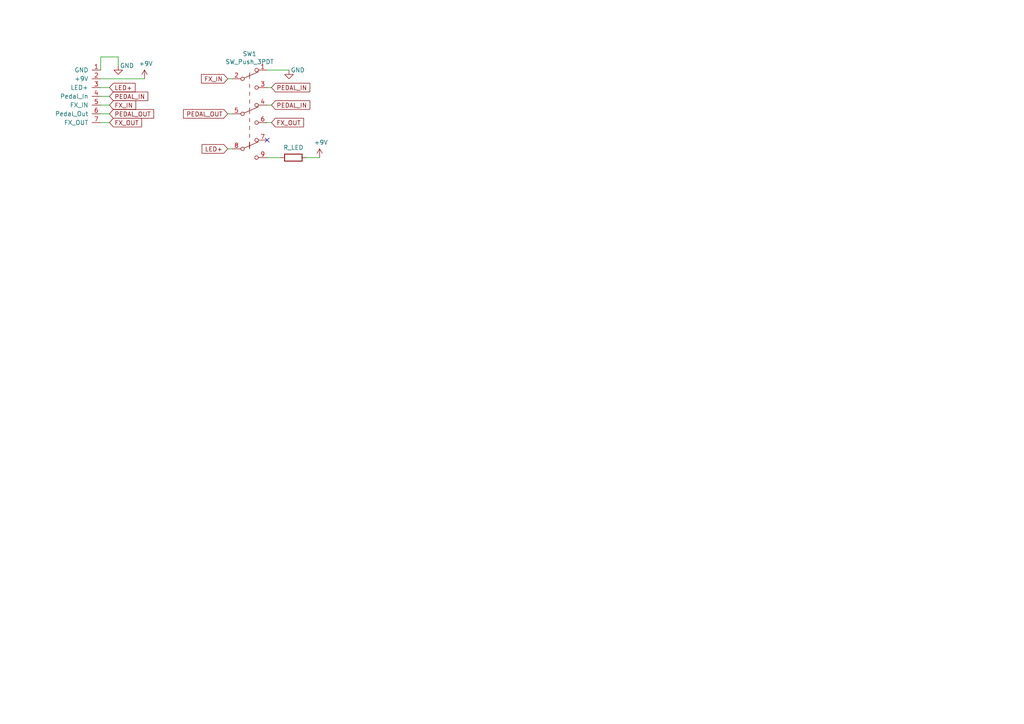
<source format=kicad_sch>
(kicad_sch (version 20211123) (generator eeschema)
  (paper "A4")
  (lib_symbols
    (symbol "Device:R" (pin_numbers hide) (pin_names (offset 0))
      (property "Reference" "R" (at 2.032 0 90))
      (property "Value" "R" (at 0 0 90))
      (symbol "R_0_1"
        (rectangle (start -1.016 -2.54) (end 1.016 2.54) (stroke (width 0.254)))
      )
      (symbol "R_1_1"
        (pin passive line (at 0 3.81 270) (length 1.27) (name "~") (number "1"))
        (pin passive line (at 0 -3.81 90) (length 1.27) (name "~") (number "2"))
      )
    )
    (symbol "Switch:SW_Push_3PDT" (pin_names (offset 0) hide)
      (property "Reference" "SW" (at 0 14.478 0))
      (property "Value" "Switch_SW_Push_3PDT" (at 0 -16.764 0))
      (symbol "SW_Push_3PDT_0_0"
        (circle (center -2.032 0) (radius 0.508))
        (circle (center -2.032 10.16) (radius 0.508))
        (circle (center 2.032 -2.54) (radius 0.508))
        (circle (center 2.032 7.62) (radius 0.508))
      )
      (symbol "SW_Push_3PDT_0_1"
        (polyline (pts (xy -1.524 0.254) (xy 2.54 2.032)))
        (polyline (pts (xy -1.524 10.414) (xy 2.54 12.192)))
        (polyline (pts (xy 0 1.778) (xy 0 0)))
        (polyline (pts (xy 0 3.048) (xy 0 4.064)))
        (polyline (pts (xy 0 5.334) (xy 0 6.35)))
        (polyline (pts (xy 0 7.62) (xy 0 8.636)))
        (polyline (pts (xy 0 11.938) (xy 0 10.16)))
        (circle (center 2.032 2.54) (radius 0.508))
        (circle (center 2.032 12.7) (radius 0.508))
      )
      (symbol "SW_Push_3PDT_1_1"
        (circle (center -2.032 -10.16) (radius 0.508))
        (polyline (pts (xy -1.524 -9.906) (xy 2.54 -8.128)))
        (polyline (pts (xy 0 -8.382) (xy 0 -10.16)))
        (polyline (pts (xy 0 -8.128) (xy 0 -9.906)))
        (polyline (pts (xy 0 -6.858) (xy 0 -5.842)))
        (polyline (pts (xy 0 -4.572) (xy 0 -3.556)))
        (polyline (pts (xy 0 -2.286) (xy 0 -1.27)))
        (circle (center 2.032 -12.7) (radius 0.508))
        (circle (center 2.032 -7.62) (radius 0.508))
        (pin passive line (at 5.08 12.7 180) (length 2.54) (name "A") (number "1"))
        (pin passive line (at -5.08 10.16 0) (length 2.54) (name "B") (number "2"))
        (pin passive line (at 5.08 7.62 180) (length 2.54) (name "C") (number "3"))
        (pin passive line (at 5.08 2.54 180) (length 2.54) (name "A") (number "4"))
        (pin passive line (at -5.08 0 0) (length 2.54) (name "B") (number "5"))
        (pin passive line (at 5.08 -2.54 180) (length 2.54) (name "C") (number "6"))
        (pin passive line (at 5.08 -7.62 180) (length 2.54) (name "A") (number "7"))
        (pin passive line (at -5.08 -10.16 0) (length 2.54) (name "B") (number "8"))
        (pin passive line (at 5.08 -12.7 180) (length 2.54) (name "C") (number "9"))
      )
    )
    (symbol "pedals:PedalBoardHeader" (pin_names (offset 1.016))
      (property "Reference" "J" (at 0 -11.43 0))
      (symbol "PedalBoardHeader_1_1"
        (pin power_in line (at 0 7.62 180) (length 2.54) (name "GND") (number "1"))
        (pin power_in line (at 0 5.08 180) (length 2.54) (name "+9V") (number "2"))
        (pin output line (at 0 2.54 180) (length 2.54) (name "LED+") (number "3"))
        (pin input line (at 0 0 180) (length 2.54) (name "Pedal_In") (number "4"))
        (pin output line (at 0 -2.54 180) (length 2.54) (name "FX_IN") (number "5"))
        (pin output line (at 0 -5.08 180) (length 2.54) (name "Pedal_Out") (number "6"))
        (pin input line (at 0 -7.62 180) (length 2.54) (name "FX_OUT") (number "7"))
      )
    )
    (symbol "power:+9V" (power) (pin_names (offset 0))
      (property "Value" "+9V" (at 0 3.556 0))
      (symbol "+9V_0_1"
        (polyline (pts (xy -0.762 1.27) (xy 0 2.54)))
        (polyline (pts (xy 0 0) (xy 0 2.54)))
        (polyline (pts (xy 0 2.54) (xy 0.762 1.27)))
      )
      (symbol "+9V_1_1"
        (pin power_in line (at 0 0 90) (length 0) hide (name "+9V") (number "1"))
      )
    )
    (symbol "power:GND" (power) (pin_names (offset 0))
      (property "Value" "GND" (at 0 -3.81 0))
      (symbol "GND_0_1"
        (polyline (pts (xy 0 0) (xy 0 -1.27) (xy 1.27 -1.27) (xy 0 -2.54) (xy -1.27 -1.27) (xy 0 -1.27)))
      )
      (symbol "GND_1_1"
        (pin power_in line (at 0 0 270) (length 0) hide (name "GND") (number "1"))
      )
    )
  )
  (no_connect (at 77.47 40.64))
  (wire (pts (xy 88.9 45.72) (xy 92.71 45.72)))
  (wire (pts (xy 66.04 22.86) (xy 67.31 22.86)))
  (wire (pts (xy 34.29 19.05) (xy 34.29 16.51)))
  (wire (pts (xy 66.04 43.18) (xy 67.31 43.18)))
  (wire (pts (xy 31.75 33.02) (xy 29.21 33.02)))
  (wire (pts (xy 78.74 30.48) (xy 77.47 30.48)))
  (wire (pts (xy 29.21 25.4) (xy 31.75 25.4)))
  (wire (pts (xy 29.21 16.51) (xy 29.21 20.32)))
  (wire (pts (xy 67.31 33.02) (xy 66.04 33.02)))
  (wire (pts (xy 41.91 22.86) (xy 29.21 22.86)))
  (wire (pts (xy 34.29 16.51) (xy 29.21 16.51)))
  (wire (pts (xy 29.21 30.48) (xy 31.75 30.48)))
  (wire (pts (xy 29.21 35.56) (xy 31.75 35.56)))
  (wire (pts (xy 31.75 27.94) (xy 29.21 27.94)))
  (wire (pts (xy 78.74 35.56) (xy 77.47 35.56)))
  (wire (pts (xy 77.47 45.72) (xy 81.28 45.72)))
  (wire (pts (xy 83.82 20.32) (xy 77.47 20.32)))
  (wire (pts (xy 78.74 25.4) (xy 77.47 25.4)))
  (global_label "LED+" (shape input) (at 66.04 43.18 180) (property "Intersheet References" "${INTERSHEET_REFS}" (effects hide)))
  (global_label "FX_IN" (shape input) (at 66.04 22.86 180) (property "Intersheet References" "${INTERSHEET_REFS}" (effects hide)))
  (global_label "LED+" (shape input) (at 31.75 25.4 0) (property "Intersheet References" "${INTERSHEET_REFS}" (effects hide)))
  (global_label "PEDAL_IN" (shape input) (at 78.74 30.48 0) (property "Intersheet References" "${INTERSHEET_REFS}" (effects hide)))
  (global_label "FX_OUT" (shape input) (at 78.74 35.56 0) (property "Intersheet References" "${INTERSHEET_REFS}" (effects hide)))
  (global_label "PEDAL_OUT" (shape input) (at 31.75 33.02 0) (property "Intersheet References" "${INTERSHEET_REFS}" (effects hide)))
  (global_label "PEDAL_IN" (shape input) (at 78.74 25.4 0) (property "Intersheet References" "${INTERSHEET_REFS}" (effects hide)))
  (global_label "PEDAL_IN" (shape input) (at 31.75 27.94 0) (property "Intersheet References" "${INTERSHEET_REFS}" (effects hide)))
  (global_label "PEDAL_OUT" (shape input) (at 66.04 33.02 180) (property "Intersheet References" "${INTERSHEET_REFS}" (effects hide)))
  (global_label "FX_IN" (shape input) (at 31.75 30.48 0) (property "Intersheet References" "${INTERSHEET_REFS}" (effects hide)))
  (global_label "FX_OUT" (shape input) (at 31.75 35.56 0) (property "Intersheet References" "${INTERSHEET_REFS}" (effects hide)))
  (symbol (lib_id "Switch:SW_Push_3PDT") (at 72.39 33.02 0) (unit 1)
    (property "Reference" "SW1" (at 72.39 15.621 0))
    (property "Value" "SW_Push_3PDT" (at 72.39 17.9324 0))
    (property "Footprint" "pedal-component-footprint:3PDT.LUGS.FLPVSK" (effects hide))
  )
  (symbol (lib_id "pedals:PedalBoardHeader") (at 29.21 27.94 0) (unit 1)
    (property "Reference" "J1" (effects hide))
    (property "Value" "PedalBoardHeader" (effects hide))
    (property "Footprint" "pedal-component-footprint:BoardHeader_1x07_P2.54mm_Long_SwitchSide" (effects hide))
  )
  (symbol (lib_id "power:GND") (at 34.29 19.05 0) (unit 1)
    (property "Reference" "#PWR01" (effects hide))
    (property "Value" "GND" (at 36.83 19.05 0))
  )
  (symbol (lib_id "power:+9V") (at 41.91 22.86 0) (unit 1)
    (property "Reference" "#PWR02" (effects hide))
    (property "Value" "+9V" (at 42.291 18.4658 0))
  )
  (symbol (lib_id "power:+9V") (at 92.71 45.72 0) (unit 1)
    (property "Reference" "#PWR04" (effects hide))
    (property "Value" "+9V" (at 93.091 41.3258 0))
  )
  (symbol (lib_id "Device:R") (at 85.09 45.72 270) (unit 1)
    (property "Reference" "R1" (effects hide))
    (property "Value" "R_LED" (at 85.09 42.799 90))
    (property "Footprint" "Resistor_THT:R_Axial_DIN0207_L6.3mm_D2.5mm_P7.62mm_Horizontal" (effects hide))
  )
  (symbol (lib_id "power:GND") (at 83.82 20.32 0) (unit 1)
    (property "Reference" "#PWR03" (effects hide))
    (property "Value" "GND" (at 86.36 20.32 0))
  )
)
</source>
